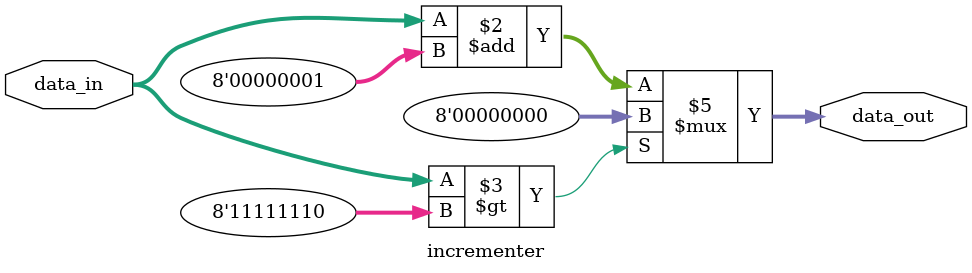
<source format=sv>
`ifndef INCREMENTER_SV
`define INCREMENTER_SV

`timescale 1ns / 1ps

module incrementer #(
    parameter logic [31:0] MAX_VALUE = 255,
    parameter logic [31:0] INCREMENT = 1
) (
    input  logic [$clog2(MAX_VALUE+1)-1:0] data_in,
    output logic [$clog2(MAX_VALUE+1)-1:0] data_out
);
    localparam logic [$clog2(MAX_VALUE+1)-1:0] Increment = INCREMENT[$clog2(MAX_VALUE+1)-1:0];
    localparam logic [$clog2(MAX_VALUE+1)-1:0] MaxValue = MAX_VALUE[$clog2(MAX_VALUE+1)-1:0];

    always_comb begin
        data_out = data_in + Increment;

        if (data_in > (MaxValue - Increment)) begin
            data_out = '0;
        end
    end

endmodule

`endif

</source>
